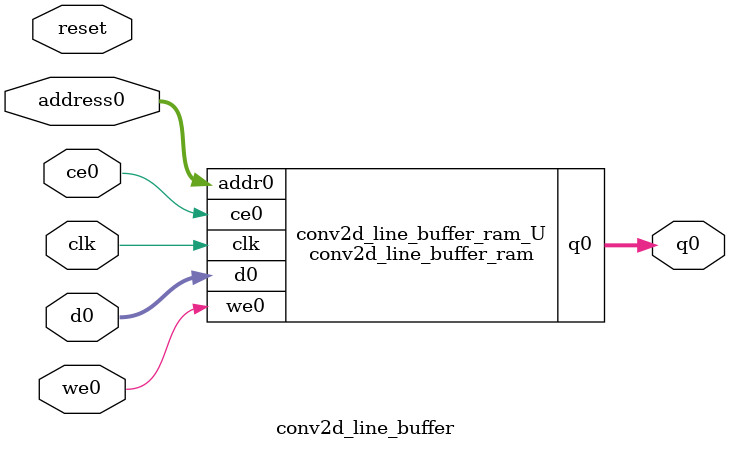
<source format=v>
`timescale 1 ns / 1 ps
module conv2d_line_buffer_ram (addr0, ce0, d0, we0, q0,  clk);

parameter DWIDTH = 32;
parameter AWIDTH = 4;
parameter MEM_SIZE = 15;

input[AWIDTH-1:0] addr0;
input ce0;
input[DWIDTH-1:0] d0;
input we0;
output reg[DWIDTH-1:0] q0;
input clk;

(* ram_style = "distributed" *)reg [DWIDTH-1:0] ram[0:MEM_SIZE-1];




always @(posedge clk)  
begin 
    if (ce0) 
    begin
        if (we0) 
        begin 
            ram[addr0] <= d0; 
        end 
        q0 <= ram[addr0];
    end
end


endmodule

`timescale 1 ns / 1 ps
module conv2d_line_buffer(
    reset,
    clk,
    address0,
    ce0,
    we0,
    d0,
    q0);

parameter DataWidth = 32'd32;
parameter AddressRange = 32'd15;
parameter AddressWidth = 32'd4;
input reset;
input clk;
input[AddressWidth - 1:0] address0;
input ce0;
input we0;
input[DataWidth - 1:0] d0;
output[DataWidth - 1:0] q0;



conv2d_line_buffer_ram conv2d_line_buffer_ram_U(
    .clk( clk ),
    .addr0( address0 ),
    .ce0( ce0 ),
    .we0( we0 ),
    .d0( d0 ),
    .q0( q0 ));

endmodule


</source>
